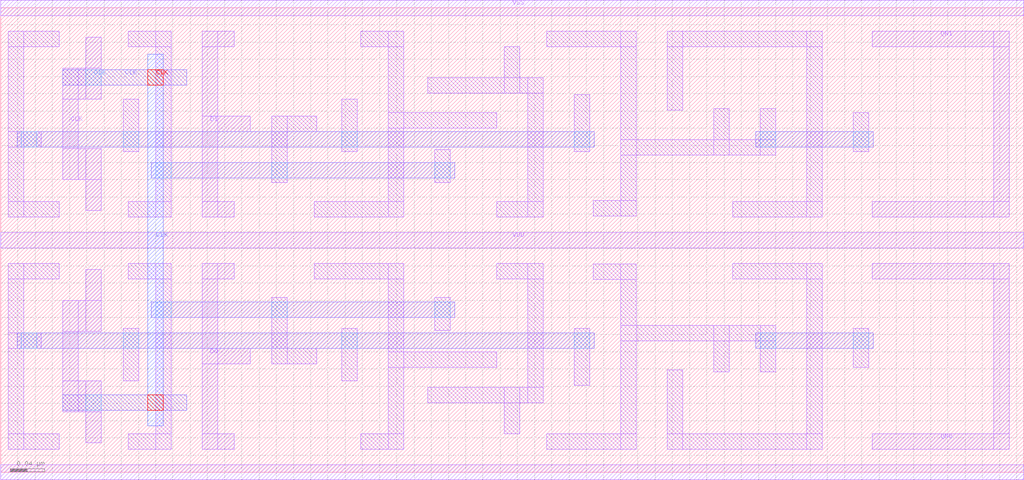
<source format=lef>
VERSION 5.8 ;
BUSBITCHARS "[]" ;
DIVIDERCHAR "/" ;
SITE asap7sc7p5t_R2
  CLASS CORE ;
  SIZE 0.054 BY 0.54 ;
  SYMMETRY Y ;
END asap7sc7p5t_R2

MACRO DFFHQNV2Xx3_ASAP7_75t_R
  CLASS CORE ;
  ORIGIN 0.0 0.0 ;
  FOREIGN DFFHQNV2Xx3_ASAP7_75t_R 0.0 0.0 ;
  SIZE 1.188 BY 0.54 ;
  SYMMETRY X Y ;
  SITE asap7sc7p5t_R2 ;
    PIN VDD
      USE POWER ;
      DIRECTION INOUT ;
      SHAPE ABUTMENT ;
      PORT
        LAYER M1 ;
          RECT 0.0 0.261 1.188 0.279 ;
      END
    END VDD
    PIN VSS
      USE GROUND ;
      DIRECTION INOUT ;
      SHAPE ABUTMENT ;
      PORT
        LAYER M1 ;
          RECT 0.0 -0.009 1.188 0.009 ;
          RECT 0.0 0.549 1.188 0.531 ;
      END
    END VSS
    PIN CLK
      USE CLOCK ;
      DIRECTION INPUT ;
      PORT
        LAYER M1 ;
          RECT 0.099 0.164 0.117 0.236 ;
          RECT 0.072 0.07 0.117 0.106 ;
          RECT 0.099 0.034 0.117 0.106 ;
          RECT 0.072 0.164 0.117 0.2 ;
          RECT 0.072 0.07 0.09 0.2 ;
          RECT 0.099 0.376 0.117 0.304 ;
          RECT 0.072 0.47 0.117 0.434 ;
          RECT 0.099 0.506 0.117 0.434 ;
          RECT 0.072 0.376 0.117 0.34 ;
          RECT 0.072 0.47 0.09 0.34 ;
        LAYER M2 ;
          RECT 0.072 0.072 0.216 0.09 ;
          RECT 0.072 0.45 0.216 0.468 ;
        LAYER V1 ;
          RECT 0.099 0.072 0.117 0.09 ;
          RECT 0.099 0.45 0.117 0.468 ;
        LAYER M3 ;
          RECT 0.171 0.054 0.189 0.486 ;
        LAYER V2 ;
          RECT 0.171 0.072 0.189 0.09 ;
          RECT 0.171 0.45 0.189 0.468 ;
      END
    END CLK
    PIN D0
      USE SIGNAL ;
      DIRECTION INPUT ;
      PORT
        LAYER M1 ;
          RECT 0.234 0.126 0.29 0.144 ;
          RECT 0.234 0.225 0.271 0.243 ;
          RECT 0.234 0.027 0.271 0.045 ;
          RECT 0.234 0.027 0.252 0.243 ;
      END
    END D0
    PIN QN0
      USE SIGNAL ;
      DIRECTION OUTPUT ;
      PORT
        LAYER M1 ;
          RECT 1.012 0.225 1.171 0.243 ;
          RECT 1.153 0.027 1.171 0.243 ;
          RECT 1.012 0.027 1.171 0.045 ;
      END
    END QN0
    PIN D1
      USE SIGNAL ;
      DIRECTION INPUT ;
      PORT
        LAYER M1 ;
          RECT 0.234 0.414 0.29 0.396 ;
          RECT 0.234 0.315 0.271 0.297 ;
          RECT 0.234 0.513 0.271 0.495 ;
          RECT 0.234 0.513 0.252 0.297 ;
      END
    END D1
    PIN QN1
      USE SIGNAL ;
      DIRECTION OUTPUT ;
      PORT
        LAYER M1 ;
          RECT 1.012 0.315 1.171 0.297 ;
          RECT 1.153 0.513 1.171 0.297 ;
          RECT 1.012 0.513 1.171 0.495 ;
      END
    END QN1
    OBS
      LAYER M1 ;
        RECT 0.85 0.225 0.954 0.243 ;
        RECT 0.936 0.027 0.954 0.243 ;
        RECT 0.774 0.027 0.792 0.119 ;
        RECT 0.774 0.027 0.954 0.045 ;
        RECT 0.688 0.224 0.738 0.242 ;
        RECT 0.72 0.027 0.738 0.242 ;
        RECT 0.72 0.153 0.9 0.171 ;
        RECT 0.882 0.117 0.9 0.171 ;
        RECT 0.828 0.117 0.846 0.171 ;
        RECT 0.634 0.027 0.738 0.045 ;
        RECT 0.576 0.225 0.63 0.243 ;
        RECT 0.612 0.081 0.63 0.243 ;
        RECT 0.496 0.081 0.63 0.099 ;
        RECT 0.585 0.045 0.603 0.099 ;
        RECT 0.364 0.225 0.468 0.243 ;
        RECT 0.45 0.027 0.468 0.243 ;
        RECT 0.45 0.122 0.576 0.14 ;
        RECT 0.418 0.027 0.468 0.045 ;
        RECT 0.315 0.126 0.333 0.203 ;
        RECT 0.315 0.126 0.367 0.144 ;
        RECT 0.148 0.225 0.198 0.243 ;
        RECT 0.18 0.027 0.198 0.243 ;
        RECT 0.148 0.027 0.198 0.045 ;
        RECT 0.009 0.225 0.068 0.243 ;
        RECT 0.009 0.027 0.027 0.243 ;
        RECT 0.009 0.144 0.047 0.162 ;
        RECT 0.009 0.027 0.068 0.045 ;
        RECT 0.99 0.122 1.008 0.167 ;
        RECT 0.666 0.101 0.684 0.167 ;
        RECT 0.504 0.165 0.522 0.203 ;
        RECT 0.396 0.106 0.414 0.167 ;
        RECT 0.142 0.106 0.16 0.167 ;
        RECT 0.85 0.315 0.954 0.297 ;
        RECT 0.936 0.513 0.954 0.297 ;
        RECT 0.774 0.513 0.792 0.421 ;
        RECT 0.774 0.513 0.954 0.495 ;
        RECT 0.688 0.316 0.738 0.298 ;
        RECT 0.72 0.513 0.738 0.298 ;
        RECT 0.72 0.387 0.9 0.369 ;
        RECT 0.882 0.423 0.9 0.369 ;
        RECT 0.828 0.423 0.846 0.369 ;
        RECT 0.634 0.513 0.738 0.495 ;
        RECT 0.576 0.315 0.63 0.297 ;
        RECT 0.612 0.459 0.63 0.297 ;
        RECT 0.496 0.459 0.63 0.441 ;
        RECT 0.585 0.495 0.603 0.441 ;
        RECT 0.364 0.315 0.468 0.297 ;
        RECT 0.45 0.513 0.468 0.297 ;
        RECT 0.45 0.418 0.576 0.4 ;
        RECT 0.418 0.513 0.468 0.495 ;
        RECT 0.315 0.414 0.333 0.337 ;
        RECT 0.315 0.414 0.367 0.396 ;
        RECT 0.148 0.315 0.198 0.297 ;
        RECT 0.18 0.513 0.198 0.297 ;
        RECT 0.148 0.513 0.198 0.495 ;
        RECT 0.009 0.315 0.068 0.297 ;
        RECT 0.009 0.513 0.027 0.297 ;
        RECT 0.009 0.396 0.047 0.378 ;
        RECT 0.009 0.513 0.068 0.495 ;
        RECT 0.99 0.418 1.008 0.373 ;
        RECT 0.666 0.439 0.684 0.373 ;
        RECT 0.504 0.375 0.522 0.337 ;
        RECT 0.396 0.434 0.414 0.373 ;
        RECT 0.142 0.434 0.16 0.373 ;
      LAYER M2 ;
        RECT 0.877 0.144 1.013 0.162 ;
        RECT 0.019 0.144 0.689 0.162 ;
        RECT 0.175 0.18 0.527 0.198 ;
        RECT 0.877 0.396 1.013 0.378 ;
        RECT 0.019 0.396 0.689 0.378 ;
        RECT 0.175 0.36 0.527 0.342 ;
      LAYER V1 ;
        RECT 0.99 0.144 1.008 0.162 ;
        RECT 0.882 0.144 0.9 0.162 ;
        RECT 0.666 0.144 0.684 0.162 ;
        RECT 0.504 0.18 0.522 0.198 ;
        RECT 0.396 0.144 0.414 0.162 ;
        RECT 0.315 0.18 0.333 0.198 ;
        RECT 0.18 0.18 0.198 0.198 ;
        RECT 0.142 0.144 0.16 0.162 ;
        RECT 0.024 0.144 0.042 0.162 ;
        RECT 0.99 0.396 1.008 0.378 ;
        RECT 0.882 0.396 0.9 0.378 ;
        RECT 0.666 0.396 0.684 0.378 ;
        RECT 0.504 0.36 0.522 0.342 ;
        RECT 0.396 0.396 0.414 0.378 ;
        RECT 0.315 0.36 0.333 0.342 ;
        RECT 0.18 0.36 0.198 0.342 ;
        RECT 0.142 0.396 0.16 0.378 ;
        RECT 0.024 0.396 0.042 0.378 ;
    END
END DFFHQNV2Xx3_ASAP7_75t_R

END LIBRARY

</source>
